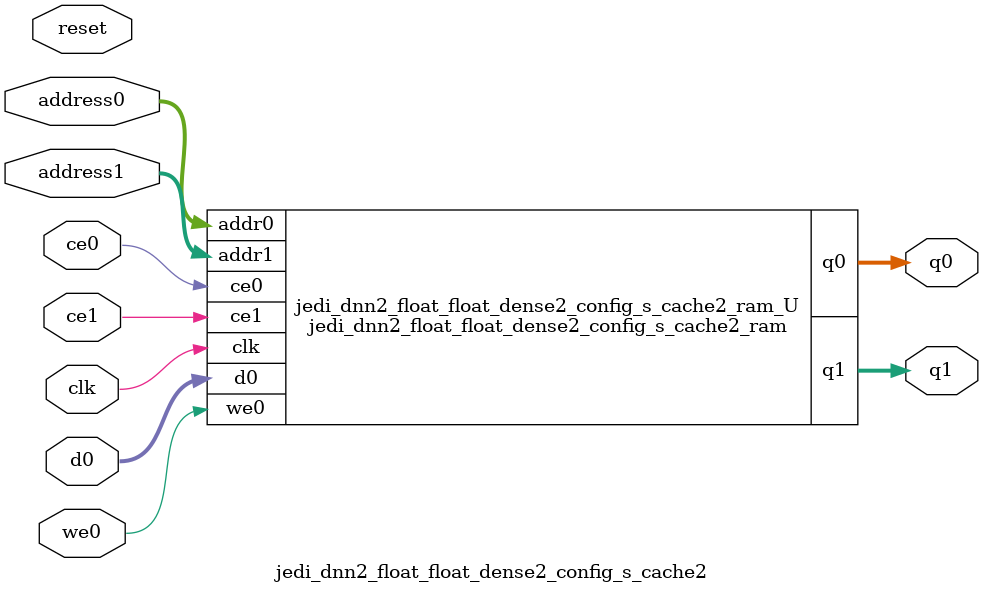
<source format=v>
`timescale 1 ns / 1 ps
module jedi_dnn2_float_float_dense2_config_s_cache2_ram (addr0, ce0, d0, we0, q0, addr1, ce1, q1,  clk);

parameter DWIDTH = 32;
parameter AWIDTH = 5;
parameter MEM_SIZE = 26;

input[AWIDTH-1:0] addr0;
input ce0;
input[DWIDTH-1:0] d0;
input we0;
output reg[DWIDTH-1:0] q0;
input[AWIDTH-1:0] addr1;
input ce1;
output reg[DWIDTH-1:0] q1;
input clk;

(* ram_style = "distributed" *)reg [DWIDTH-1:0] ram[0:MEM_SIZE-1];




always @(posedge clk)  
begin 
    if (ce0) begin
        if (we0) 
            ram[addr0] <= d0; 
        q0 <= ram[addr0];
    end
end


always @(posedge clk)  
begin 
    if (ce1) begin
        q1 <= ram[addr1];
    end
end


endmodule

`timescale 1 ns / 1 ps
module jedi_dnn2_float_float_dense2_config_s_cache2(
    reset,
    clk,
    address0,
    ce0,
    we0,
    d0,
    q0,
    address1,
    ce1,
    q1);

parameter DataWidth = 32'd32;
parameter AddressRange = 32'd26;
parameter AddressWidth = 32'd5;
input reset;
input clk;
input[AddressWidth - 1:0] address0;
input ce0;
input we0;
input[DataWidth - 1:0] d0;
output[DataWidth - 1:0] q0;
input[AddressWidth - 1:0] address1;
input ce1;
output[DataWidth - 1:0] q1;



jedi_dnn2_float_float_dense2_config_s_cache2_ram jedi_dnn2_float_float_dense2_config_s_cache2_ram_U(
    .clk( clk ),
    .addr0( address0 ),
    .ce0( ce0 ),
    .we0( we0 ),
    .d0( d0 ),
    .q0( q0 ),
    .addr1( address1 ),
    .ce1( ce1 ),
    .q1( q1 ));

endmodule


</source>
